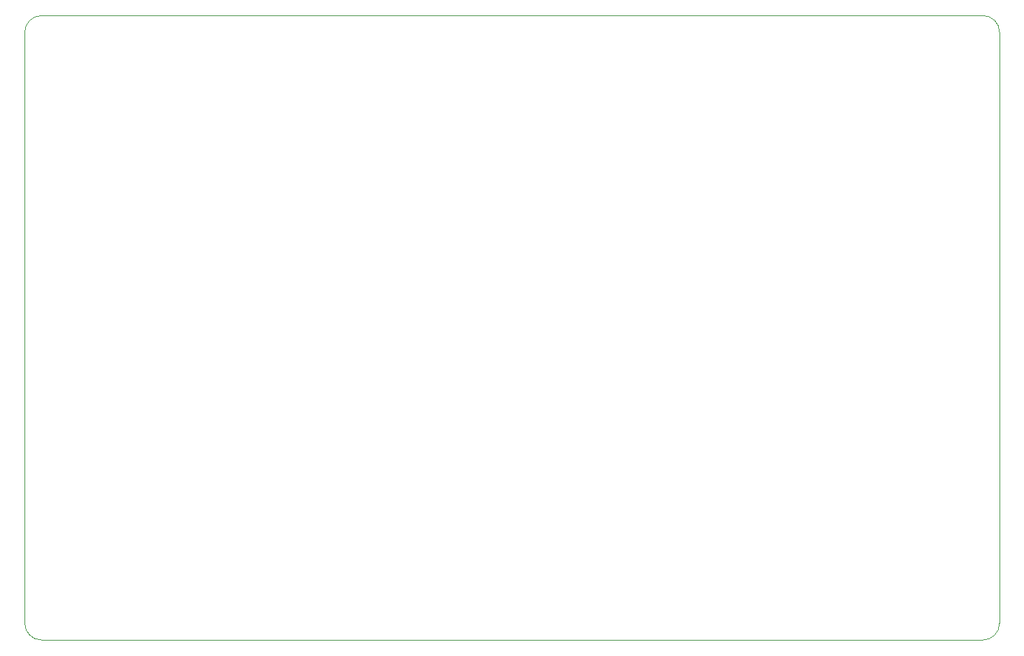
<source format=gm1>
%TF.GenerationSoftware,KiCad,Pcbnew,7.0.10*%
%TF.CreationDate,2024-01-18T23:13:16-08:00*%
%TF.ProjectId,r2dtf dev board rev 1,72326474-6620-4646-9576-20626f617264,rev?*%
%TF.SameCoordinates,Original*%
%TF.FileFunction,Profile,NP*%
%FSLAX46Y46*%
G04 Gerber Fmt 4.6, Leading zero omitted, Abs format (unit mm)*
G04 Created by KiCad (PCBNEW 7.0.10) date 2024-01-18 23:13:16*
%MOMM*%
%LPD*%
G01*
G04 APERTURE LIST*
%TA.AperFunction,Profile*%
%ADD10C,0.100000*%
%TD*%
G04 APERTURE END LIST*
D10*
X170000000Y-62000000D02*
G75*
G03*
X168000000Y-60000000I-2000000J0D01*
G01*
X54014214Y-60000014D02*
G75*
G03*
X52014214Y-62000000I-14J-1999986D01*
G01*
X168000000Y-60000000D02*
X54014214Y-60000000D01*
X54014214Y-135585786D02*
X168000000Y-135585786D01*
X170000000Y-133585786D02*
X170000000Y-62000000D01*
X52014214Y-133585786D02*
G75*
G03*
X54014214Y-135585786I1999986J-14D01*
G01*
X52014214Y-62000000D02*
X52014214Y-133585786D01*
X168000000Y-135585800D02*
G75*
G03*
X170000000Y-133585786I0J2000000D01*
G01*
M02*

</source>
